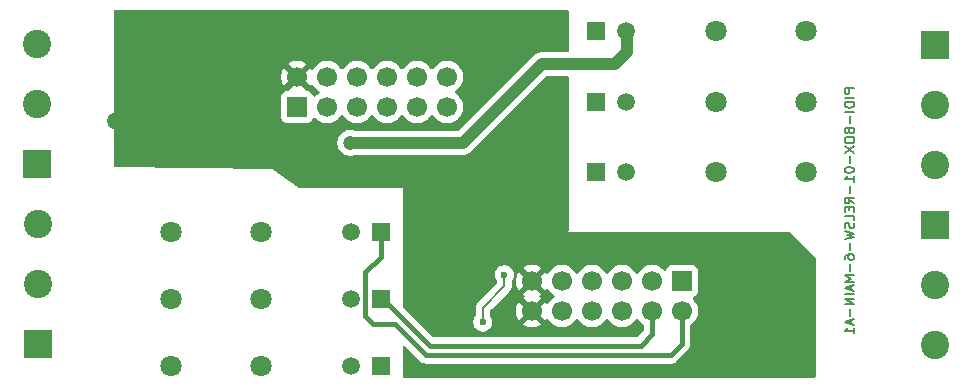
<source format=gbr>
%TF.GenerationSoftware,KiCad,Pcbnew,9.0.6*%
%TF.CreationDate,2025-12-26T20:22:19+00:00*%
%TF.ProjectId,PIDI-BOX-01-RELSW-6-MAIN-A1,50494449-2d42-44f5-982d-30312d52454c,rev?*%
%TF.SameCoordinates,Original*%
%TF.FileFunction,Copper,L2,Bot*%
%TF.FilePolarity,Positive*%
%FSLAX46Y46*%
G04 Gerber Fmt 4.6, Leading zero omitted, Abs format (unit mm)*
G04 Created by KiCad (PCBNEW 9.0.6) date 2025-12-26 20:22:19*
%MOMM*%
%LPD*%
G01*
G04 APERTURE LIST*
%ADD10C,0.150000*%
%TA.AperFunction,NonConductor*%
%ADD11C,0.150000*%
%TD*%
%TA.AperFunction,ComponentPad*%
%ADD12R,1.508000X1.508000*%
%TD*%
%TA.AperFunction,ComponentPad*%
%ADD13C,1.508000*%
%TD*%
%TA.AperFunction,ComponentPad*%
%ADD14C,1.800000*%
%TD*%
%TA.AperFunction,ComponentPad*%
%ADD15R,2.400000X2.400000*%
%TD*%
%TA.AperFunction,ComponentPad*%
%ADD16C,2.400000*%
%TD*%
%TA.AperFunction,ComponentPad*%
%ADD17R,1.700000X1.700000*%
%TD*%
%TA.AperFunction,ComponentPad*%
%ADD18C,1.700000*%
%TD*%
%TA.AperFunction,ViaPad*%
%ADD19C,1.200000*%
%TD*%
%TA.AperFunction,ViaPad*%
%ADD20C,1.000000*%
%TD*%
%TA.AperFunction,ViaPad*%
%ADD21C,1.500000*%
%TD*%
%TA.AperFunction,ViaPad*%
%ADD22C,0.600000*%
%TD*%
%TA.AperFunction,Conductor*%
%ADD23C,1.000000*%
%TD*%
%TA.AperFunction,Conductor*%
%ADD24C,0.400000*%
%TD*%
%TA.AperFunction,Conductor*%
%ADD25C,0.200000*%
%TD*%
G04 APERTURE END LIST*
D10*
D11*
X181106340Y-63489160D02*
X180306340Y-63489160D01*
X180306340Y-63489160D02*
X180306340Y-63793922D01*
X180306340Y-63793922D02*
X180344435Y-63870112D01*
X180344435Y-63870112D02*
X180382530Y-63908207D01*
X180382530Y-63908207D02*
X180458721Y-63946303D01*
X180458721Y-63946303D02*
X180573006Y-63946303D01*
X180573006Y-63946303D02*
X180649197Y-63908207D01*
X180649197Y-63908207D02*
X180687292Y-63870112D01*
X180687292Y-63870112D02*
X180725387Y-63793922D01*
X180725387Y-63793922D02*
X180725387Y-63489160D01*
X181106340Y-64289160D02*
X180306340Y-64289160D01*
X181106340Y-64670112D02*
X180306340Y-64670112D01*
X180306340Y-64670112D02*
X180306340Y-64860588D01*
X180306340Y-64860588D02*
X180344435Y-64974874D01*
X180344435Y-64974874D02*
X180420625Y-65051064D01*
X180420625Y-65051064D02*
X180496816Y-65089159D01*
X180496816Y-65089159D02*
X180649197Y-65127255D01*
X180649197Y-65127255D02*
X180763483Y-65127255D01*
X180763483Y-65127255D02*
X180915864Y-65089159D01*
X180915864Y-65089159D02*
X180992054Y-65051064D01*
X180992054Y-65051064D02*
X181068245Y-64974874D01*
X181068245Y-64974874D02*
X181106340Y-64860588D01*
X181106340Y-64860588D02*
X181106340Y-64670112D01*
X181106340Y-65470112D02*
X180306340Y-65470112D01*
X180801578Y-65851064D02*
X180801578Y-66460588D01*
X180687292Y-67108206D02*
X180725387Y-67222492D01*
X180725387Y-67222492D02*
X180763483Y-67260587D01*
X180763483Y-67260587D02*
X180839673Y-67298683D01*
X180839673Y-67298683D02*
X180953959Y-67298683D01*
X180953959Y-67298683D02*
X181030149Y-67260587D01*
X181030149Y-67260587D02*
X181068245Y-67222492D01*
X181068245Y-67222492D02*
X181106340Y-67146302D01*
X181106340Y-67146302D02*
X181106340Y-66841540D01*
X181106340Y-66841540D02*
X180306340Y-66841540D01*
X180306340Y-66841540D02*
X180306340Y-67108206D01*
X180306340Y-67108206D02*
X180344435Y-67184397D01*
X180344435Y-67184397D02*
X180382530Y-67222492D01*
X180382530Y-67222492D02*
X180458721Y-67260587D01*
X180458721Y-67260587D02*
X180534911Y-67260587D01*
X180534911Y-67260587D02*
X180611102Y-67222492D01*
X180611102Y-67222492D02*
X180649197Y-67184397D01*
X180649197Y-67184397D02*
X180687292Y-67108206D01*
X180687292Y-67108206D02*
X180687292Y-66841540D01*
X180306340Y-67793921D02*
X180306340Y-67946302D01*
X180306340Y-67946302D02*
X180344435Y-68022492D01*
X180344435Y-68022492D02*
X180420625Y-68098683D01*
X180420625Y-68098683D02*
X180573006Y-68136778D01*
X180573006Y-68136778D02*
X180839673Y-68136778D01*
X180839673Y-68136778D02*
X180992054Y-68098683D01*
X180992054Y-68098683D02*
X181068245Y-68022492D01*
X181068245Y-68022492D02*
X181106340Y-67946302D01*
X181106340Y-67946302D02*
X181106340Y-67793921D01*
X181106340Y-67793921D02*
X181068245Y-67717730D01*
X181068245Y-67717730D02*
X180992054Y-67641540D01*
X180992054Y-67641540D02*
X180839673Y-67603444D01*
X180839673Y-67603444D02*
X180573006Y-67603444D01*
X180573006Y-67603444D02*
X180420625Y-67641540D01*
X180420625Y-67641540D02*
X180344435Y-67717730D01*
X180344435Y-67717730D02*
X180306340Y-67793921D01*
X180306340Y-68403444D02*
X181106340Y-68936778D01*
X180306340Y-68936778D02*
X181106340Y-68403444D01*
X180801578Y-69241540D02*
X180801578Y-69851064D01*
X180306340Y-70384397D02*
X180306340Y-70460587D01*
X180306340Y-70460587D02*
X180344435Y-70536778D01*
X180344435Y-70536778D02*
X180382530Y-70574873D01*
X180382530Y-70574873D02*
X180458721Y-70612968D01*
X180458721Y-70612968D02*
X180611102Y-70651063D01*
X180611102Y-70651063D02*
X180801578Y-70651063D01*
X180801578Y-70651063D02*
X180953959Y-70612968D01*
X180953959Y-70612968D02*
X181030149Y-70574873D01*
X181030149Y-70574873D02*
X181068245Y-70536778D01*
X181068245Y-70536778D02*
X181106340Y-70460587D01*
X181106340Y-70460587D02*
X181106340Y-70384397D01*
X181106340Y-70384397D02*
X181068245Y-70308206D01*
X181068245Y-70308206D02*
X181030149Y-70270111D01*
X181030149Y-70270111D02*
X180953959Y-70232016D01*
X180953959Y-70232016D02*
X180801578Y-70193920D01*
X180801578Y-70193920D02*
X180611102Y-70193920D01*
X180611102Y-70193920D02*
X180458721Y-70232016D01*
X180458721Y-70232016D02*
X180382530Y-70270111D01*
X180382530Y-70270111D02*
X180344435Y-70308206D01*
X180344435Y-70308206D02*
X180306340Y-70384397D01*
X181106340Y-71412968D02*
X181106340Y-70955825D01*
X181106340Y-71184397D02*
X180306340Y-71184397D01*
X180306340Y-71184397D02*
X180420625Y-71108206D01*
X180420625Y-71108206D02*
X180496816Y-71032016D01*
X180496816Y-71032016D02*
X180534911Y-70955825D01*
X180801578Y-71755826D02*
X180801578Y-72365350D01*
X181106340Y-73203445D02*
X180725387Y-72936778D01*
X181106340Y-72746302D02*
X180306340Y-72746302D01*
X180306340Y-72746302D02*
X180306340Y-73051064D01*
X180306340Y-73051064D02*
X180344435Y-73127254D01*
X180344435Y-73127254D02*
X180382530Y-73165349D01*
X180382530Y-73165349D02*
X180458721Y-73203445D01*
X180458721Y-73203445D02*
X180573006Y-73203445D01*
X180573006Y-73203445D02*
X180649197Y-73165349D01*
X180649197Y-73165349D02*
X180687292Y-73127254D01*
X180687292Y-73127254D02*
X180725387Y-73051064D01*
X180725387Y-73051064D02*
X180725387Y-72746302D01*
X180687292Y-73546302D02*
X180687292Y-73812968D01*
X181106340Y-73927254D02*
X181106340Y-73546302D01*
X181106340Y-73546302D02*
X180306340Y-73546302D01*
X180306340Y-73546302D02*
X180306340Y-73927254D01*
X181106340Y-74651064D02*
X181106340Y-74270112D01*
X181106340Y-74270112D02*
X180306340Y-74270112D01*
X181068245Y-74879635D02*
X181106340Y-74993921D01*
X181106340Y-74993921D02*
X181106340Y-75184397D01*
X181106340Y-75184397D02*
X181068245Y-75260588D01*
X181068245Y-75260588D02*
X181030149Y-75298683D01*
X181030149Y-75298683D02*
X180953959Y-75336778D01*
X180953959Y-75336778D02*
X180877768Y-75336778D01*
X180877768Y-75336778D02*
X180801578Y-75298683D01*
X180801578Y-75298683D02*
X180763483Y-75260588D01*
X180763483Y-75260588D02*
X180725387Y-75184397D01*
X180725387Y-75184397D02*
X180687292Y-75032016D01*
X180687292Y-75032016D02*
X180649197Y-74955826D01*
X180649197Y-74955826D02*
X180611102Y-74917731D01*
X180611102Y-74917731D02*
X180534911Y-74879635D01*
X180534911Y-74879635D02*
X180458721Y-74879635D01*
X180458721Y-74879635D02*
X180382530Y-74917731D01*
X180382530Y-74917731D02*
X180344435Y-74955826D01*
X180344435Y-74955826D02*
X180306340Y-75032016D01*
X180306340Y-75032016D02*
X180306340Y-75222493D01*
X180306340Y-75222493D02*
X180344435Y-75336778D01*
X180306340Y-75603445D02*
X181106340Y-75793921D01*
X181106340Y-75793921D02*
X180534911Y-75946302D01*
X180534911Y-75946302D02*
X181106340Y-76098683D01*
X181106340Y-76098683D02*
X180306340Y-76289160D01*
X180801578Y-76593922D02*
X180801578Y-77203446D01*
X180306340Y-77927255D02*
X180306340Y-77774874D01*
X180306340Y-77774874D02*
X180344435Y-77698683D01*
X180344435Y-77698683D02*
X180382530Y-77660588D01*
X180382530Y-77660588D02*
X180496816Y-77584398D01*
X180496816Y-77584398D02*
X180649197Y-77546302D01*
X180649197Y-77546302D02*
X180953959Y-77546302D01*
X180953959Y-77546302D02*
X181030149Y-77584398D01*
X181030149Y-77584398D02*
X181068245Y-77622493D01*
X181068245Y-77622493D02*
X181106340Y-77698683D01*
X181106340Y-77698683D02*
X181106340Y-77851064D01*
X181106340Y-77851064D02*
X181068245Y-77927255D01*
X181068245Y-77927255D02*
X181030149Y-77965350D01*
X181030149Y-77965350D02*
X180953959Y-78003445D01*
X180953959Y-78003445D02*
X180763483Y-78003445D01*
X180763483Y-78003445D02*
X180687292Y-77965350D01*
X180687292Y-77965350D02*
X180649197Y-77927255D01*
X180649197Y-77927255D02*
X180611102Y-77851064D01*
X180611102Y-77851064D02*
X180611102Y-77698683D01*
X180611102Y-77698683D02*
X180649197Y-77622493D01*
X180649197Y-77622493D02*
X180687292Y-77584398D01*
X180687292Y-77584398D02*
X180763483Y-77546302D01*
X180801578Y-78346303D02*
X180801578Y-78955827D01*
X181106340Y-79336779D02*
X180306340Y-79336779D01*
X180306340Y-79336779D02*
X180877768Y-79603445D01*
X180877768Y-79603445D02*
X180306340Y-79870112D01*
X180306340Y-79870112D02*
X181106340Y-79870112D01*
X180877768Y-80212969D02*
X180877768Y-80593922D01*
X181106340Y-80136779D02*
X180306340Y-80403446D01*
X180306340Y-80403446D02*
X181106340Y-80670112D01*
X181106340Y-80936779D02*
X180306340Y-80936779D01*
X181106340Y-81317731D02*
X180306340Y-81317731D01*
X180306340Y-81317731D02*
X181106340Y-81774874D01*
X181106340Y-81774874D02*
X180306340Y-81774874D01*
X180801578Y-82155826D02*
X180801578Y-82765350D01*
X180877768Y-83108206D02*
X180877768Y-83489159D01*
X181106340Y-83032016D02*
X180306340Y-83298683D01*
X180306340Y-83298683D02*
X181106340Y-83565349D01*
X181106340Y-84251063D02*
X181106340Y-83793920D01*
X181106340Y-84022492D02*
X180306340Y-84022492D01*
X180306340Y-84022492D02*
X180420625Y-83946301D01*
X180420625Y-83946301D02*
X180496816Y-83870111D01*
X180496816Y-83870111D02*
X180534911Y-83793920D01*
D12*
%TO.P,REL6,1*%
%TO.N,S6*%
X141026900Y-75641000D03*
D13*
%TO.P,REL6,2*%
%TO.N,+12V*%
X138486900Y-75641000D03*
D14*
%TO.P,REL6,3*%
%TO.N,Net-(J3-Pad1)*%
X130866900Y-75641000D03*
%TO.P,REL6,4*%
%TO.N,Net-(J4-Pad3)*%
X123246900Y-75641000D03*
%TD*%
D15*
%TO.P,J4,1,1*%
%TO.N,Net-(J4-Pad1)*%
X111980000Y-85120000D03*
D16*
%TO.P,J4,2,2*%
%TO.N,Net-(J4-Pad2)*%
X111980000Y-80040000D03*
%TO.P,J4,3,3*%
%TO.N,Net-(J4-Pad3)*%
X111980000Y-74960000D03*
%TD*%
D12*
%TO.P,REL1,1*%
%TO.N,S1*%
X159258000Y-70561200D03*
D13*
%TO.P,REL1,2*%
%TO.N,+12V*%
X161798000Y-70561200D03*
D14*
%TO.P,REL1,3*%
%TO.N,Net-(J2-Pad3)*%
X169418000Y-70561200D03*
%TO.P,REL1,4*%
%TO.N,Net-(J2-Pad2)*%
X177038000Y-70561200D03*
%TD*%
D12*
%TO.P,REL4,1*%
%TO.N,S4*%
X141046200Y-87045800D03*
D13*
%TO.P,REL4,2*%
%TO.N,+12V*%
X138506200Y-87045800D03*
D14*
%TO.P,REL4,3*%
%TO.N,Net-(J3-Pad1)*%
X130886200Y-87045800D03*
%TO.P,REL4,4*%
%TO.N,Net-(J4-Pad1)*%
X123266200Y-87045800D03*
%TD*%
D15*
%TO.P,J1,1,1*%
%TO.N,Net-(J1-Pad1)*%
X187934600Y-59842400D03*
D16*
%TO.P,J1,2,2*%
%TO.N,Net-(J1-Pad2)*%
X187934600Y-64922400D03*
%TO.P,J1,3,3*%
%TO.N,Net-(J1-Pad3)*%
X187934600Y-70002400D03*
%TD*%
D15*
%TO.P,J2,1,1*%
%TO.N,Net-(J2-Pad1)*%
X187934600Y-75031600D03*
D16*
%TO.P,J2,2,2*%
%TO.N,Net-(J2-Pad2)*%
X187934600Y-80111600D03*
%TO.P,J2,3,3*%
%TO.N,Net-(J2-Pad3)*%
X187934600Y-85191600D03*
%TD*%
D15*
%TO.P,J3,1,1*%
%TO.N,Net-(J3-Pad1)*%
X111963200Y-69900800D03*
D16*
%TO.P,J3,2,2*%
%TO.N,GND*%
X111963200Y-64820800D03*
%TO.P,J3,3,3*%
%TO.N,Net-(D1-A)*%
X111963200Y-59740800D03*
%TD*%
D17*
%TO.P,J5,1,Pin_1*%
%TO.N,+12V*%
X133959600Y-65074800D03*
D18*
%TO.P,J5,2,Pin_2*%
%TO.N,GND*%
X133959600Y-62534800D03*
%TO.P,J5,3,Pin_3*%
%TO.N,unconnected-(J5-Pin_3-Pad3)*%
X136499600Y-65074800D03*
%TO.P,J5,4,Pin_4*%
%TO.N,unconnected-(J5-Pin_4-Pad4)*%
X136499600Y-62534800D03*
%TO.P,J5,5,Pin_5*%
%TO.N,P1*%
X139039600Y-65074800D03*
%TO.P,J5,6,Pin_6*%
%TO.N,P0*%
X139039600Y-62534800D03*
%TO.P,J5,7,Pin_7*%
%TO.N,P5*%
X141579600Y-65074800D03*
%TO.P,J5,8,Pin_8*%
%TO.N,P2*%
X141579600Y-62534800D03*
%TO.P,J5,9,Pin_9*%
%TO.N,unconnected-(J5-Pin_9-Pad9)*%
X144119600Y-65074800D03*
%TO.P,J5,10,Pin_10*%
%TO.N,unconnected-(J5-Pin_10-Pad10)*%
X144119600Y-62534800D03*
%TO.P,J5,11,Pin_11*%
%TO.N,P4*%
X146659600Y-65074800D03*
%TO.P,J5,12,Pin_12*%
%TO.N,P3*%
X146659600Y-62534800D03*
%TD*%
D12*
%TO.P,REL3,1*%
%TO.N,S3*%
X159258000Y-58674000D03*
D13*
%TO.P,REL3,2*%
%TO.N,+12V*%
X161798000Y-58674000D03*
D14*
%TO.P,REL3,3*%
%TO.N,Net-(J1-Pad2)*%
X169418000Y-58674000D03*
%TO.P,REL3,4*%
%TO.N,Net-(J1-Pad1)*%
X177038000Y-58674000D03*
%TD*%
D12*
%TO.P,Rel2,1*%
%TO.N,S2*%
X159277300Y-64643200D03*
D13*
%TO.P,Rel2,2*%
%TO.N,+12V*%
X161817300Y-64643200D03*
D14*
%TO.P,Rel2,3*%
%TO.N,Net-(J2-Pad1)*%
X169437300Y-64643200D03*
%TO.P,Rel2,4*%
%TO.N,Net-(J1-Pad3)*%
X177057300Y-64643200D03*
%TD*%
D17*
%TO.P,J6,1,Pin_1*%
%TO.N,+12V*%
X166550000Y-79814000D03*
D18*
%TO.P,J6,2,Pin_2*%
%TO.N,S6*%
X166550000Y-82354000D03*
%TO.P,J6,3,Pin_3*%
%TO.N,unconnected-(J6-Pin_3-Pad3)*%
X164010000Y-79814000D03*
%TO.P,J6,4,Pin_4*%
%TO.N,S5*%
X164010000Y-82354000D03*
%TO.P,J6,5,Pin_5*%
%TO.N,unconnected-(J6-Pin_5-Pad5)*%
X161470000Y-79814000D03*
%TO.P,J6,6,Pin_6*%
%TO.N,S4*%
X161470000Y-82354000D03*
%TO.P,J6,7,Pin_7*%
%TO.N,unconnected-(J6-Pin_7-Pad7)*%
X158930000Y-79814000D03*
%TO.P,J6,8,Pin_8*%
%TO.N,S3*%
X158930000Y-82354000D03*
%TO.P,J6,9,Pin_9*%
%TO.N,S1*%
X156390000Y-79814000D03*
%TO.P,J6,10,Pin_10*%
%TO.N,S2*%
X156390000Y-82354000D03*
%TO.P,J6,11,Pin_11*%
%TO.N,GND*%
X153850000Y-79814000D03*
%TO.P,J6,12,Pin_12*%
X153850000Y-82354000D03*
%TD*%
D12*
%TO.P,REL5,1*%
%TO.N,S5*%
X141046200Y-81330600D03*
D13*
%TO.P,REL5,2*%
%TO.N,+12V*%
X138506200Y-81330600D03*
D14*
%TO.P,REL5,3*%
%TO.N,Net-(J3-Pad1)*%
X130886200Y-81330600D03*
%TO.P,REL5,4*%
%TO.N,Net-(J4-Pad2)*%
X123266200Y-81330600D03*
%TD*%
D19*
%TO.N,+12V*%
X138477350Y-68100850D03*
D20*
%TO.N,GND*%
X137000000Y-70000000D03*
D21*
X118618000Y-66294000D03*
D20*
X144094200Y-70104000D03*
D22*
%TO.N,Net-(D8-A)*%
X151511000Y-79273400D03*
X149682200Y-83286600D03*
%TD*%
D23*
%TO.N,+12V*%
X161868100Y-60407300D02*
X161868100Y-58902800D01*
X154686000Y-61442600D02*
X160832800Y-61442600D01*
X138477350Y-68100850D02*
X138499300Y-68122800D01*
X138499300Y-68122800D02*
X148005800Y-68122800D01*
X148005800Y-68122800D02*
X154686000Y-61442600D01*
X160832800Y-61442600D02*
X161868100Y-60407300D01*
D24*
%TO.N,S6*%
X139725400Y-82753200D02*
X140422200Y-83450000D01*
X141026900Y-77768700D02*
X139725400Y-79070200D01*
X139725400Y-79070200D02*
X139725400Y-82753200D01*
X142250000Y-83450000D02*
X144900000Y-86100000D01*
X144900000Y-86100000D02*
X165588600Y-86100000D01*
X165588600Y-86100000D02*
X166550000Y-85138600D01*
X140422200Y-83450000D02*
X142250000Y-83450000D01*
X141026900Y-75641000D02*
X141026900Y-77768700D01*
X166550000Y-85138600D02*
X166550000Y-82354000D01*
%TO.N,S5*%
X163042600Y-85293200D02*
X164010000Y-84325800D01*
X141173200Y-81229200D02*
X145237200Y-85293200D01*
X145237200Y-85293200D02*
X163042600Y-85293200D01*
X141173200Y-80772000D02*
X141173200Y-81229200D01*
X164010000Y-84325800D02*
X164010000Y-82354000D01*
D25*
%TO.N,Net-(D8-A)*%
X151511000Y-79273400D02*
X151511000Y-80238600D01*
X151511000Y-80238600D02*
X149682200Y-82067400D01*
X149682200Y-82067400D02*
X149682200Y-83286600D01*
%TD*%
%TA.AperFunction,Conductor*%
%TO.N,GND*%
G36*
X135074870Y-63296517D02*
G01*
X135074870Y-63296516D01*
X135114222Y-63242355D01*
X135118832Y-63233307D01*
X135166805Y-63182509D01*
X135234625Y-63165712D01*
X135300761Y-63188247D01*
X135339804Y-63233304D01*
X135344549Y-63242617D01*
X135469490Y-63414586D01*
X135619813Y-63564909D01*
X135791782Y-63689850D01*
X135800546Y-63694316D01*
X135851342Y-63742291D01*
X135868136Y-63810112D01*
X135845598Y-63876247D01*
X135800546Y-63915284D01*
X135791782Y-63919749D01*
X135619815Y-64044689D01*
X135506273Y-64158231D01*
X135444950Y-64191715D01*
X135375258Y-64186731D01*
X135319325Y-64144859D01*
X135302410Y-64113882D01*
X135253397Y-63982471D01*
X135253393Y-63982464D01*
X135167147Y-63867255D01*
X135167144Y-63867252D01*
X135051935Y-63781006D01*
X135051928Y-63781002D01*
X134917082Y-63730708D01*
X134917083Y-63730708D01*
X134857483Y-63724301D01*
X134857481Y-63724300D01*
X134857473Y-63724300D01*
X134857465Y-63724300D01*
X134846909Y-63724300D01*
X134779870Y-63704615D01*
X134759228Y-63687981D01*
X134089008Y-63017762D01*
X134152593Y-63000725D01*
X134266607Y-62934899D01*
X134359699Y-62841807D01*
X134425525Y-62727793D01*
X134442562Y-62664208D01*
X135074870Y-63296517D01*
G37*
%TD.AperFunction*%
%TA.AperFunction,Conductor*%
G36*
X156917440Y-56864885D02*
G01*
X156963195Y-56917689D01*
X156974401Y-56969200D01*
X156974401Y-60318100D01*
X156954716Y-60385139D01*
X156901912Y-60430894D01*
X156850401Y-60442100D01*
X154587456Y-60442100D01*
X154394171Y-60480547D01*
X154394163Y-60480549D01*
X154333104Y-60505841D01*
X154212083Y-60555969D01*
X154048222Y-60665457D01*
X154048214Y-60665463D01*
X147627699Y-67085981D01*
X147566376Y-67119466D01*
X147540018Y-67122300D01*
X139010666Y-67122300D01*
X138954372Y-67108785D01*
X138899802Y-67080980D01*
X138899796Y-67080977D01*
X138899795Y-67080977D01*
X138735051Y-67027448D01*
X138735049Y-67027447D01*
X138735048Y-67027447D01*
X138603621Y-67006631D01*
X138563961Y-67000350D01*
X138390739Y-67000350D01*
X138351078Y-67006631D01*
X138219652Y-67027447D01*
X138054902Y-67080978D01*
X137900561Y-67159618D01*
X137820606Y-67217709D01*
X137760422Y-67261436D01*
X137760420Y-67261438D01*
X137760419Y-67261438D01*
X137637938Y-67383919D01*
X137637938Y-67383920D01*
X137637936Y-67383922D01*
X137594209Y-67444106D01*
X137536118Y-67524061D01*
X137457478Y-67678402D01*
X137403947Y-67843152D01*
X137376850Y-68014239D01*
X137376850Y-68187461D01*
X137403948Y-68358551D01*
X137457477Y-68523295D01*
X137536118Y-68677638D01*
X137637936Y-68817778D01*
X137760422Y-68940264D01*
X137900562Y-69042082D01*
X138054905Y-69120723D01*
X138219649Y-69174252D01*
X138390739Y-69201350D01*
X138390740Y-69201350D01*
X138563960Y-69201350D01*
X138563961Y-69201350D01*
X138735051Y-69174252D01*
X138873186Y-69129369D01*
X138911504Y-69123300D01*
X148104342Y-69123300D01*
X148135366Y-69117128D01*
X148200988Y-69104075D01*
X148297636Y-69084851D01*
X148350965Y-69062761D01*
X148479714Y-69009432D01*
X148643582Y-68899939D01*
X148782939Y-68760582D01*
X148782939Y-68760580D01*
X148793147Y-68750373D01*
X148793148Y-68750370D01*
X155064102Y-62479419D01*
X155125425Y-62445934D01*
X155151783Y-62443100D01*
X156850401Y-62443100D01*
X156917440Y-62462785D01*
X156963195Y-62515589D01*
X156974401Y-62567100D01*
X156974401Y-75488238D01*
X156954716Y-75555277D01*
X156938082Y-75575919D01*
X156923601Y-75590400D01*
X156974401Y-75641200D01*
X175566639Y-75641200D01*
X175633678Y-75660885D01*
X175654320Y-75677519D01*
X177816882Y-77840081D01*
X177850367Y-77901404D01*
X177853201Y-77927762D01*
X177853201Y-87861600D01*
X177833516Y-87928639D01*
X177780712Y-87974394D01*
X177729201Y-87985600D01*
X144223601Y-87985600D01*
X143026801Y-87985600D01*
X142959762Y-87965915D01*
X142914007Y-87913111D01*
X142902801Y-87861600D01*
X142902801Y-85392820D01*
X142922486Y-85325781D01*
X142975290Y-85280026D01*
X143044448Y-85270082D01*
X143108004Y-85299107D01*
X143114482Y-85305139D01*
X144453453Y-86644111D01*
X144453454Y-86644112D01*
X144568192Y-86720777D01*
X144643662Y-86752037D01*
X144695672Y-86773580D01*
X144695676Y-86773580D01*
X144695677Y-86773581D01*
X144831003Y-86800500D01*
X144831006Y-86800500D01*
X165657596Y-86800500D01*
X165748640Y-86782389D01*
X165792928Y-86773580D01*
X165856669Y-86747177D01*
X165920407Y-86720777D01*
X165920408Y-86720776D01*
X165920411Y-86720775D01*
X166035143Y-86644114D01*
X167094114Y-85585143D01*
X167170775Y-85470411D01*
X167223580Y-85342928D01*
X167250500Y-85207594D01*
X167250500Y-85069606D01*
X167250500Y-83577547D01*
X167270185Y-83510508D01*
X167301614Y-83477230D01*
X167429792Y-83384104D01*
X167580104Y-83233792D01*
X167580106Y-83233788D01*
X167580109Y-83233786D01*
X167705048Y-83061820D01*
X167705050Y-83061817D01*
X167705051Y-83061816D01*
X167801557Y-82872412D01*
X167867246Y-82670243D01*
X167900500Y-82460287D01*
X167900500Y-82247713D01*
X167867246Y-82037757D01*
X167801557Y-81835588D01*
X167705051Y-81646184D01*
X167705049Y-81646181D01*
X167705048Y-81646179D01*
X167580109Y-81474213D01*
X167466569Y-81360673D01*
X167433084Y-81299350D01*
X167438068Y-81229658D01*
X167479940Y-81173725D01*
X167510915Y-81156810D01*
X167642331Y-81107796D01*
X167757546Y-81021546D01*
X167843796Y-80906331D01*
X167894091Y-80771483D01*
X167900500Y-80711873D01*
X167900499Y-78916128D01*
X167894091Y-78856517D01*
X167892810Y-78853083D01*
X167843797Y-78721671D01*
X167843793Y-78721664D01*
X167757547Y-78606455D01*
X167757544Y-78606452D01*
X167642335Y-78520206D01*
X167642328Y-78520202D01*
X167507482Y-78469908D01*
X167507483Y-78469908D01*
X167447883Y-78463501D01*
X167447881Y-78463500D01*
X167447873Y-78463500D01*
X167447864Y-78463500D01*
X165652129Y-78463500D01*
X165652123Y-78463501D01*
X165592516Y-78469908D01*
X165457671Y-78520202D01*
X165457664Y-78520206D01*
X165342455Y-78606452D01*
X165342452Y-78606455D01*
X165256206Y-78721664D01*
X165256203Y-78721669D01*
X165207189Y-78853083D01*
X165165317Y-78909016D01*
X165099853Y-78933433D01*
X165031580Y-78918581D01*
X165003326Y-78897430D01*
X164889786Y-78783890D01*
X164717820Y-78658951D01*
X164528414Y-78562444D01*
X164528413Y-78562443D01*
X164528412Y-78562443D01*
X164326243Y-78496754D01*
X164326241Y-78496753D01*
X164326240Y-78496753D01*
X164164957Y-78471208D01*
X164116287Y-78463500D01*
X163903713Y-78463500D01*
X163855042Y-78471208D01*
X163693760Y-78496753D01*
X163491585Y-78562444D01*
X163302179Y-78658951D01*
X163130213Y-78783890D01*
X162979890Y-78934213D01*
X162854949Y-79106182D01*
X162850484Y-79114946D01*
X162802509Y-79165742D01*
X162734688Y-79182536D01*
X162668553Y-79159998D01*
X162629516Y-79114946D01*
X162625050Y-79106182D01*
X162500109Y-78934213D01*
X162349786Y-78783890D01*
X162177820Y-78658951D01*
X161988414Y-78562444D01*
X161988413Y-78562443D01*
X161988412Y-78562443D01*
X161786243Y-78496754D01*
X161786241Y-78496753D01*
X161786240Y-78496753D01*
X161624957Y-78471208D01*
X161576287Y-78463500D01*
X161363713Y-78463500D01*
X161315042Y-78471208D01*
X161153760Y-78496753D01*
X160951585Y-78562444D01*
X160762179Y-78658951D01*
X160590213Y-78783890D01*
X160439890Y-78934213D01*
X160314949Y-79106182D01*
X160310484Y-79114946D01*
X160262509Y-79165742D01*
X160194688Y-79182536D01*
X160128553Y-79159998D01*
X160089516Y-79114946D01*
X160085050Y-79106182D01*
X159960109Y-78934213D01*
X159809786Y-78783890D01*
X159637820Y-78658951D01*
X159448414Y-78562444D01*
X159448413Y-78562443D01*
X159448412Y-78562443D01*
X159246243Y-78496754D01*
X159246241Y-78496753D01*
X159246240Y-78496753D01*
X159084957Y-78471208D01*
X159036287Y-78463500D01*
X158823713Y-78463500D01*
X158775042Y-78471208D01*
X158613760Y-78496753D01*
X158411585Y-78562444D01*
X158222179Y-78658951D01*
X158050213Y-78783890D01*
X157899890Y-78934213D01*
X157774949Y-79106182D01*
X157770484Y-79114946D01*
X157722509Y-79165742D01*
X157654688Y-79182536D01*
X157588553Y-79159998D01*
X157549516Y-79114946D01*
X157545050Y-79106182D01*
X157420109Y-78934213D01*
X157269786Y-78783890D01*
X157097820Y-78658951D01*
X156908414Y-78562444D01*
X156908413Y-78562443D01*
X156908412Y-78562443D01*
X156706243Y-78496754D01*
X156706241Y-78496753D01*
X156706240Y-78496753D01*
X156544957Y-78471208D01*
X156496287Y-78463500D01*
X156283713Y-78463500D01*
X156235042Y-78471208D01*
X156073760Y-78496753D01*
X155871585Y-78562444D01*
X155682179Y-78658951D01*
X155510213Y-78783890D01*
X155359890Y-78934213D01*
X155234949Y-79106182D01*
X155230202Y-79115499D01*
X155182227Y-79166293D01*
X155114405Y-79183087D01*
X155048271Y-79160548D01*
X155009234Y-79115495D01*
X155004626Y-79106452D01*
X154965270Y-79052282D01*
X154965269Y-79052282D01*
X154332962Y-79684590D01*
X154315925Y-79621007D01*
X154250099Y-79506993D01*
X154157007Y-79413901D01*
X154042993Y-79348075D01*
X153979409Y-79331037D01*
X154611716Y-78698728D01*
X154557550Y-78659375D01*
X154368217Y-78562904D01*
X154166129Y-78497242D01*
X153956246Y-78464000D01*
X153743754Y-78464000D01*
X153533872Y-78497242D01*
X153533869Y-78497242D01*
X153331782Y-78562904D01*
X153142439Y-78659380D01*
X153088282Y-78698727D01*
X153088282Y-78698728D01*
X153720591Y-79331037D01*
X153657007Y-79348075D01*
X153542993Y-79413901D01*
X153449901Y-79506993D01*
X153384075Y-79621007D01*
X153367037Y-79684591D01*
X152734728Y-79052282D01*
X152734727Y-79052282D01*
X152695380Y-79106439D01*
X152598904Y-79295783D01*
X152538782Y-79480818D01*
X152524843Y-79550889D01*
X152500000Y-79707752D01*
X152500000Y-79920246D01*
X152533242Y-80130127D01*
X152533242Y-80130130D01*
X152598904Y-80332217D01*
X152695375Y-80521550D01*
X152734728Y-80575716D01*
X153367037Y-79943408D01*
X153384075Y-80006993D01*
X153449901Y-80121007D01*
X153542993Y-80214099D01*
X153657007Y-80279925D01*
X153720590Y-80296962D01*
X153088282Y-80929269D01*
X153088282Y-80929270D01*
X153142452Y-80968626D01*
X153152048Y-80973516D01*
X153202844Y-81021491D01*
X153219638Y-81089312D01*
X153197100Y-81155447D01*
X153152051Y-81194483D01*
X153142440Y-81199380D01*
X153088282Y-81238727D01*
X153088282Y-81238728D01*
X153720591Y-81871037D01*
X153657007Y-81888075D01*
X153542993Y-81953901D01*
X153449901Y-82046993D01*
X153384075Y-82161007D01*
X153367037Y-82224591D01*
X152734728Y-81592282D01*
X152734727Y-81592282D01*
X152695380Y-81646439D01*
X152598904Y-81835782D01*
X152533242Y-82037869D01*
X152533242Y-82037872D01*
X152500000Y-82247753D01*
X152500000Y-82460246D01*
X152533242Y-82670127D01*
X152533242Y-82670130D01*
X152598904Y-82872217D01*
X152695375Y-83061550D01*
X152734728Y-83115716D01*
X153367037Y-82483408D01*
X153384075Y-82546993D01*
X153449901Y-82661007D01*
X153542993Y-82754099D01*
X153657007Y-82819925D01*
X153720590Y-82836962D01*
X153088282Y-83469269D01*
X153088282Y-83469270D01*
X153142449Y-83508624D01*
X153331782Y-83605095D01*
X153533870Y-83670757D01*
X153743754Y-83704000D01*
X153956246Y-83704000D01*
X154166127Y-83670757D01*
X154166130Y-83670757D01*
X154368217Y-83605095D01*
X154557554Y-83508622D01*
X154611716Y-83469270D01*
X154611717Y-83469270D01*
X153979408Y-82836962D01*
X154042993Y-82819925D01*
X154157007Y-82754099D01*
X154250099Y-82661007D01*
X154315925Y-82546993D01*
X154332962Y-82483408D01*
X154965270Y-83115717D01*
X154965270Y-83115716D01*
X155004622Y-83061555D01*
X155009232Y-83052507D01*
X155057205Y-83001709D01*
X155125025Y-82984912D01*
X155191161Y-83007447D01*
X155230204Y-83052504D01*
X155234949Y-83061817D01*
X155359890Y-83233786D01*
X155510213Y-83384109D01*
X155682179Y-83509048D01*
X155682181Y-83509049D01*
X155682184Y-83509051D01*
X155871588Y-83605557D01*
X156073757Y-83671246D01*
X156283713Y-83704500D01*
X156283714Y-83704500D01*
X156496286Y-83704500D01*
X156496287Y-83704500D01*
X156706243Y-83671246D01*
X156908412Y-83605557D01*
X157097816Y-83509051D01*
X157152572Y-83469269D01*
X157269786Y-83384109D01*
X157269788Y-83384106D01*
X157269792Y-83384104D01*
X157420104Y-83233792D01*
X157420106Y-83233788D01*
X157420109Y-83233786D01*
X157545048Y-83061820D01*
X157545050Y-83061817D01*
X157545051Y-83061816D01*
X157549514Y-83053054D01*
X157597488Y-83002259D01*
X157665308Y-82985463D01*
X157731444Y-83007999D01*
X157770484Y-83053054D01*
X157774591Y-83061115D01*
X157774951Y-83061820D01*
X157899890Y-83233786D01*
X158050213Y-83384109D01*
X158222179Y-83509048D01*
X158222181Y-83509049D01*
X158222184Y-83509051D01*
X158411588Y-83605557D01*
X158613757Y-83671246D01*
X158823713Y-83704500D01*
X158823714Y-83704500D01*
X159036286Y-83704500D01*
X159036287Y-83704500D01*
X159246243Y-83671246D01*
X159448412Y-83605557D01*
X159637816Y-83509051D01*
X159692572Y-83469269D01*
X159809786Y-83384109D01*
X159809788Y-83384106D01*
X159809792Y-83384104D01*
X159960104Y-83233792D01*
X159960106Y-83233788D01*
X159960109Y-83233786D01*
X160085048Y-83061820D01*
X160085050Y-83061817D01*
X160085051Y-83061816D01*
X160089514Y-83053054D01*
X160137488Y-83002259D01*
X160205308Y-82985463D01*
X160271444Y-83007999D01*
X160310484Y-83053054D01*
X160314591Y-83061115D01*
X160314951Y-83061820D01*
X160439890Y-83233786D01*
X160590213Y-83384109D01*
X160762179Y-83509048D01*
X160762181Y-83509049D01*
X160762184Y-83509051D01*
X160951588Y-83605557D01*
X161153757Y-83671246D01*
X161363713Y-83704500D01*
X161363714Y-83704500D01*
X161576286Y-83704500D01*
X161576287Y-83704500D01*
X161786243Y-83671246D01*
X161988412Y-83605557D01*
X162177816Y-83509051D01*
X162232572Y-83469269D01*
X162349786Y-83384109D01*
X162349788Y-83384106D01*
X162349792Y-83384104D01*
X162500104Y-83233792D01*
X162500106Y-83233788D01*
X162500109Y-83233786D01*
X162625048Y-83061820D01*
X162625050Y-83061817D01*
X162625051Y-83061816D01*
X162629514Y-83053054D01*
X162677488Y-83002259D01*
X162745308Y-82985463D01*
X162811444Y-83007999D01*
X162850484Y-83053054D01*
X162854591Y-83061115D01*
X162854951Y-83061820D01*
X162979890Y-83233786D01*
X163130211Y-83384107D01*
X163201200Y-83435682D01*
X163258385Y-83477229D01*
X163301051Y-83532558D01*
X163309500Y-83577547D01*
X163309500Y-83984281D01*
X163289815Y-84051320D01*
X163273181Y-84071962D01*
X162788762Y-84556381D01*
X162727439Y-84589866D01*
X162701081Y-84592700D01*
X145578719Y-84592700D01*
X145511680Y-84573015D01*
X145491038Y-84556381D01*
X144142410Y-83207753D01*
X148881700Y-83207753D01*
X148881700Y-83365446D01*
X148912461Y-83520089D01*
X148912464Y-83520101D01*
X148972802Y-83665772D01*
X148972809Y-83665785D01*
X149060410Y-83796888D01*
X149060413Y-83796892D01*
X149171907Y-83908386D01*
X149171911Y-83908389D01*
X149303014Y-83995990D01*
X149303027Y-83995997D01*
X149436591Y-84051320D01*
X149448703Y-84056337D01*
X149603353Y-84087099D01*
X149603356Y-84087100D01*
X149603358Y-84087100D01*
X149761044Y-84087100D01*
X149761045Y-84087099D01*
X149915697Y-84056337D01*
X150061379Y-83995994D01*
X150192489Y-83908389D01*
X150303989Y-83796889D01*
X150391594Y-83665779D01*
X150451937Y-83520097D01*
X150478987Y-83384109D01*
X150482700Y-83365444D01*
X150482700Y-83207755D01*
X150482699Y-83207753D01*
X150464392Y-83115717D01*
X150451937Y-83053103D01*
X150451689Y-83052504D01*
X150391597Y-82907427D01*
X150391590Y-82907414D01*
X150303598Y-82775725D01*
X150282720Y-82709047D01*
X150282700Y-82706834D01*
X150282700Y-82367497D01*
X150291344Y-82338056D01*
X150297868Y-82308070D01*
X150301622Y-82303054D01*
X150302385Y-82300458D01*
X150319019Y-82279816D01*
X150443635Y-82155200D01*
X151804506Y-80794330D01*
X151896768Y-80702068D01*
X151991520Y-80607316D01*
X152070577Y-80470384D01*
X152111501Y-80317657D01*
X152111501Y-80159542D01*
X152111501Y-80151947D01*
X152111500Y-80151929D01*
X152111500Y-79853165D01*
X152131185Y-79786126D01*
X152132398Y-79784274D01*
X152183529Y-79707752D01*
X152220394Y-79652579D01*
X152280737Y-79506897D01*
X152311500Y-79352242D01*
X152311500Y-79194558D01*
X152311500Y-79194555D01*
X152311499Y-79194553D01*
X152304735Y-79160548D01*
X152280737Y-79039903D01*
X152236636Y-78933433D01*
X152220397Y-78894227D01*
X152220390Y-78894214D01*
X152167379Y-78814878D01*
X152132789Y-78763111D01*
X152132786Y-78763107D01*
X152021292Y-78651613D01*
X152021288Y-78651610D01*
X151890185Y-78564009D01*
X151890172Y-78564002D01*
X151744501Y-78503664D01*
X151744489Y-78503661D01*
X151589845Y-78472900D01*
X151589842Y-78472900D01*
X151432158Y-78472900D01*
X151432155Y-78472900D01*
X151277510Y-78503661D01*
X151277498Y-78503664D01*
X151131827Y-78564002D01*
X151131814Y-78564009D01*
X151000711Y-78651610D01*
X151000707Y-78651613D01*
X150889213Y-78763107D01*
X150889210Y-78763111D01*
X150801609Y-78894214D01*
X150801602Y-78894227D01*
X150741264Y-79039898D01*
X150741261Y-79039910D01*
X150710500Y-79194553D01*
X150710500Y-79352246D01*
X150741261Y-79506889D01*
X150741264Y-79506901D01*
X150801602Y-79652572D01*
X150801609Y-79652585D01*
X150889602Y-79784274D01*
X150895252Y-79802320D01*
X150905477Y-79818230D01*
X150909928Y-79849189D01*
X150910480Y-79850951D01*
X150910500Y-79853165D01*
X150910500Y-79938502D01*
X150890815Y-80005541D01*
X150874181Y-80026183D01*
X149201681Y-81698682D01*
X149201679Y-81698684D01*
X149187909Y-81722536D01*
X149170295Y-81753045D01*
X149136164Y-81812161D01*
X149122639Y-81835588D01*
X149122623Y-81835615D01*
X149081699Y-81988343D01*
X149081699Y-81988345D01*
X149081699Y-82156446D01*
X149081700Y-82156459D01*
X149081700Y-82706834D01*
X149062015Y-82773873D01*
X149060802Y-82775725D01*
X148972809Y-82907414D01*
X148972802Y-82907427D01*
X148912464Y-83053098D01*
X148912461Y-83053110D01*
X148881700Y-83207753D01*
X144142410Y-83207753D01*
X142939120Y-82004463D01*
X142905635Y-81943140D01*
X142902801Y-81916782D01*
X142902801Y-71932800D01*
X134191269Y-71932800D01*
X134124230Y-71913115D01*
X134121161Y-71911078D01*
X131850163Y-70354391D01*
X131850164Y-70354391D01*
X118590515Y-70195499D01*
X118523716Y-70175013D01*
X118478598Y-70121664D01*
X118468001Y-70071508D01*
X118468001Y-64176935D01*
X132609100Y-64176935D01*
X132609100Y-65972670D01*
X132609101Y-65972676D01*
X132615508Y-66032283D01*
X132665802Y-66167128D01*
X132665806Y-66167135D01*
X132752052Y-66282344D01*
X132752055Y-66282347D01*
X132867264Y-66368593D01*
X132867271Y-66368597D01*
X133002117Y-66418891D01*
X133002116Y-66418891D01*
X133009044Y-66419635D01*
X133061727Y-66425300D01*
X134857472Y-66425299D01*
X134917083Y-66418891D01*
X135051931Y-66368596D01*
X135167146Y-66282346D01*
X135253396Y-66167131D01*
X135302410Y-66035716D01*
X135344281Y-65979784D01*
X135409745Y-65955366D01*
X135478018Y-65970217D01*
X135506273Y-65991369D01*
X135619813Y-66104909D01*
X135791779Y-66229848D01*
X135791781Y-66229849D01*
X135791784Y-66229851D01*
X135981188Y-66326357D01*
X136183357Y-66392046D01*
X136393313Y-66425300D01*
X136393314Y-66425300D01*
X136605886Y-66425300D01*
X136605887Y-66425300D01*
X136815843Y-66392046D01*
X137018012Y-66326357D01*
X137207416Y-66229851D01*
X137293738Y-66167135D01*
X137379386Y-66104909D01*
X137379388Y-66104906D01*
X137379392Y-66104904D01*
X137529704Y-65954592D01*
X137529706Y-65954588D01*
X137529709Y-65954586D01*
X137654648Y-65782620D01*
X137654647Y-65782620D01*
X137654651Y-65782616D01*
X137659114Y-65773854D01*
X137707088Y-65723059D01*
X137774908Y-65706263D01*
X137841044Y-65728799D01*
X137880086Y-65773856D01*
X137884551Y-65782620D01*
X138009490Y-65954586D01*
X138159813Y-66104909D01*
X138331779Y-66229848D01*
X138331781Y-66229849D01*
X138331784Y-66229851D01*
X138521188Y-66326357D01*
X138723357Y-66392046D01*
X138933313Y-66425300D01*
X138933314Y-66425300D01*
X139145886Y-66425300D01*
X139145887Y-66425300D01*
X139355843Y-66392046D01*
X139558012Y-66326357D01*
X139747416Y-66229851D01*
X139833738Y-66167135D01*
X139919386Y-66104909D01*
X139919388Y-66104906D01*
X139919392Y-66104904D01*
X140069704Y-65954592D01*
X140069706Y-65954588D01*
X140069709Y-65954586D01*
X140194648Y-65782620D01*
X140194647Y-65782620D01*
X140194651Y-65782616D01*
X140199114Y-65773854D01*
X140247088Y-65723059D01*
X140314908Y-65706263D01*
X140381044Y-65728799D01*
X140420086Y-65773856D01*
X140424551Y-65782620D01*
X140549490Y-65954586D01*
X140699813Y-66104909D01*
X140871779Y-66229848D01*
X140871781Y-66229849D01*
X140871784Y-66229851D01*
X141061188Y-66326357D01*
X141263357Y-66392046D01*
X141473313Y-66425300D01*
X141473314Y-66425300D01*
X141685886Y-66425300D01*
X141685887Y-66425300D01*
X141895843Y-66392046D01*
X142098012Y-66326357D01*
X142287416Y-66229851D01*
X142373738Y-66167135D01*
X142459386Y-66104909D01*
X142459388Y-66104906D01*
X142459392Y-66104904D01*
X142609704Y-65954592D01*
X142609706Y-65954588D01*
X142609709Y-65954586D01*
X142734648Y-65782620D01*
X142734647Y-65782620D01*
X142734651Y-65782616D01*
X142739114Y-65773854D01*
X142787088Y-65723059D01*
X142854908Y-65706263D01*
X142921044Y-65728799D01*
X142960086Y-65773856D01*
X142964551Y-65782620D01*
X143089490Y-65954586D01*
X143239813Y-66104909D01*
X143411779Y-66229848D01*
X143411781Y-66229849D01*
X143411784Y-66229851D01*
X143601188Y-66326357D01*
X143803357Y-66392046D01*
X144013313Y-66425300D01*
X144013314Y-66425300D01*
X144225886Y-66425300D01*
X144225887Y-66425300D01*
X144435843Y-66392046D01*
X144638012Y-66326357D01*
X144827416Y-66229851D01*
X144913738Y-66167135D01*
X144999386Y-66104909D01*
X144999388Y-66104906D01*
X144999392Y-66104904D01*
X145149704Y-65954592D01*
X145149706Y-65954588D01*
X145149709Y-65954586D01*
X145274648Y-65782620D01*
X145274647Y-65782620D01*
X145274651Y-65782616D01*
X145279114Y-65773854D01*
X145327088Y-65723059D01*
X145394908Y-65706263D01*
X145461044Y-65728799D01*
X145500086Y-65773856D01*
X145504551Y-65782620D01*
X145629490Y-65954586D01*
X145779813Y-66104909D01*
X145951779Y-66229848D01*
X145951781Y-66229849D01*
X145951784Y-66229851D01*
X146141188Y-66326357D01*
X146343357Y-66392046D01*
X146553313Y-66425300D01*
X146553314Y-66425300D01*
X146765886Y-66425300D01*
X146765887Y-66425300D01*
X146975843Y-66392046D01*
X147178012Y-66326357D01*
X147367416Y-66229851D01*
X147453738Y-66167135D01*
X147539386Y-66104909D01*
X147539388Y-66104906D01*
X147539392Y-66104904D01*
X147689704Y-65954592D01*
X147689706Y-65954588D01*
X147689709Y-65954586D01*
X147814648Y-65782620D01*
X147814647Y-65782620D01*
X147814651Y-65782616D01*
X147911157Y-65593212D01*
X147976846Y-65391043D01*
X148010100Y-65181087D01*
X148010100Y-64968513D01*
X147976846Y-64758557D01*
X147911157Y-64556388D01*
X147814651Y-64366984D01*
X147814649Y-64366981D01*
X147814648Y-64366979D01*
X147689709Y-64195013D01*
X147539386Y-64044690D01*
X147367420Y-63919751D01*
X147366715Y-63919391D01*
X147358654Y-63915285D01*
X147307859Y-63867312D01*
X147291063Y-63799492D01*
X147313599Y-63733356D01*
X147358654Y-63694315D01*
X147367416Y-63689851D01*
X147426576Y-63646869D01*
X147539386Y-63564909D01*
X147539388Y-63564906D01*
X147539392Y-63564904D01*
X147689704Y-63414592D01*
X147689706Y-63414588D01*
X147689709Y-63414586D01*
X147814648Y-63242620D01*
X147814650Y-63242617D01*
X147814651Y-63242616D01*
X147911157Y-63053212D01*
X147976846Y-62851043D01*
X148010100Y-62641087D01*
X148010100Y-62428513D01*
X147976846Y-62218557D01*
X147911157Y-62016388D01*
X147814651Y-61826984D01*
X147814649Y-61826981D01*
X147814648Y-61826979D01*
X147689709Y-61655013D01*
X147539386Y-61504690D01*
X147367420Y-61379751D01*
X147178014Y-61283244D01*
X147178013Y-61283243D01*
X147178012Y-61283243D01*
X146975843Y-61217554D01*
X146975841Y-61217553D01*
X146975840Y-61217553D01*
X146814557Y-61192008D01*
X146765887Y-61184300D01*
X146553313Y-61184300D01*
X146504642Y-61192008D01*
X146343360Y-61217553D01*
X146141185Y-61283244D01*
X145951779Y-61379751D01*
X145779813Y-61504690D01*
X145629490Y-61655013D01*
X145504549Y-61826982D01*
X145500084Y-61835746D01*
X145452109Y-61886542D01*
X145384288Y-61903336D01*
X145318153Y-61880798D01*
X145279116Y-61835746D01*
X145274650Y-61826982D01*
X145149709Y-61655013D01*
X144999386Y-61504690D01*
X144827420Y-61379751D01*
X144638014Y-61283244D01*
X144638013Y-61283243D01*
X144638012Y-61283243D01*
X144435843Y-61217554D01*
X144435841Y-61217553D01*
X144435840Y-61217553D01*
X144274557Y-61192008D01*
X144225887Y-61184300D01*
X144013313Y-61184300D01*
X143964642Y-61192008D01*
X143803360Y-61217553D01*
X143601185Y-61283244D01*
X143411779Y-61379751D01*
X143239813Y-61504690D01*
X143089490Y-61655013D01*
X142964549Y-61826982D01*
X142960084Y-61835746D01*
X142912109Y-61886542D01*
X142844288Y-61903336D01*
X142778153Y-61880798D01*
X142739116Y-61835746D01*
X142734650Y-61826982D01*
X142609709Y-61655013D01*
X142459386Y-61504690D01*
X142287420Y-61379751D01*
X142098014Y-61283244D01*
X142098013Y-61283243D01*
X142098012Y-61283243D01*
X141895843Y-61217554D01*
X141895841Y-61217553D01*
X141895840Y-61217553D01*
X141734557Y-61192008D01*
X141685887Y-61184300D01*
X141473313Y-61184300D01*
X141424642Y-61192008D01*
X141263360Y-61217553D01*
X141061185Y-61283244D01*
X140871779Y-61379751D01*
X140699813Y-61504690D01*
X140549490Y-61655013D01*
X140424549Y-61826982D01*
X140420084Y-61835746D01*
X140372109Y-61886542D01*
X140304288Y-61903336D01*
X140238153Y-61880798D01*
X140199116Y-61835746D01*
X140194650Y-61826982D01*
X140069709Y-61655013D01*
X139919386Y-61504690D01*
X139747420Y-61379751D01*
X139558014Y-61283244D01*
X139558013Y-61283243D01*
X139558012Y-61283243D01*
X139355843Y-61217554D01*
X139355841Y-61217553D01*
X139355840Y-61217553D01*
X139194557Y-61192008D01*
X139145887Y-61184300D01*
X138933313Y-61184300D01*
X138884642Y-61192008D01*
X138723360Y-61217553D01*
X138521185Y-61283244D01*
X138331779Y-61379751D01*
X138159813Y-61504690D01*
X138009490Y-61655013D01*
X137884549Y-61826982D01*
X137880084Y-61835746D01*
X137832109Y-61886542D01*
X137764288Y-61903336D01*
X137698153Y-61880798D01*
X137659116Y-61835746D01*
X137654650Y-61826982D01*
X137529709Y-61655013D01*
X137379386Y-61504690D01*
X137207420Y-61379751D01*
X137018014Y-61283244D01*
X137018013Y-61283243D01*
X137018012Y-61283243D01*
X136815843Y-61217554D01*
X136815841Y-61217553D01*
X136815840Y-61217553D01*
X136654557Y-61192008D01*
X136605887Y-61184300D01*
X136393313Y-61184300D01*
X136344642Y-61192008D01*
X136183360Y-61217553D01*
X135981185Y-61283244D01*
X135791779Y-61379751D01*
X135619813Y-61504690D01*
X135469490Y-61655013D01*
X135344549Y-61826982D01*
X135339802Y-61836299D01*
X135291827Y-61887093D01*
X135224005Y-61903887D01*
X135157871Y-61881348D01*
X135118834Y-61836295D01*
X135114226Y-61827252D01*
X135074870Y-61773082D01*
X135074869Y-61773082D01*
X134442562Y-62405390D01*
X134425525Y-62341807D01*
X134359699Y-62227793D01*
X134266607Y-62134701D01*
X134152593Y-62068875D01*
X134089009Y-62051837D01*
X134721316Y-61419528D01*
X134667150Y-61380175D01*
X134477817Y-61283704D01*
X134275729Y-61218042D01*
X134065846Y-61184800D01*
X133853354Y-61184800D01*
X133643472Y-61218042D01*
X133643469Y-61218042D01*
X133441382Y-61283704D01*
X133252039Y-61380180D01*
X133197882Y-61419527D01*
X133197882Y-61419528D01*
X133830191Y-62051837D01*
X133766607Y-62068875D01*
X133652593Y-62134701D01*
X133559501Y-62227793D01*
X133493675Y-62341807D01*
X133476637Y-62405391D01*
X132844328Y-61773082D01*
X132844327Y-61773082D01*
X132804980Y-61827239D01*
X132708504Y-62016582D01*
X132642842Y-62218669D01*
X132642842Y-62218672D01*
X132609600Y-62428553D01*
X132609600Y-62641046D01*
X132642842Y-62850927D01*
X132642842Y-62850930D01*
X132708504Y-63053017D01*
X132804975Y-63242350D01*
X132844328Y-63296516D01*
X133476637Y-62664208D01*
X133493675Y-62727793D01*
X133559501Y-62841807D01*
X133652593Y-62934899D01*
X133766607Y-63000725D01*
X133830190Y-63017762D01*
X133159970Y-63687981D01*
X133098647Y-63721466D01*
X133072298Y-63724300D01*
X133061734Y-63724300D01*
X133061723Y-63724301D01*
X133002116Y-63730708D01*
X132867271Y-63781002D01*
X132867264Y-63781006D01*
X132752055Y-63867252D01*
X132752052Y-63867255D01*
X132665806Y-63982464D01*
X132665802Y-63982471D01*
X132615508Y-64117317D01*
X132609101Y-64176916D01*
X132609100Y-64176935D01*
X118468001Y-64176935D01*
X118468001Y-56969200D01*
X118487686Y-56902161D01*
X118540490Y-56856406D01*
X118592001Y-56845200D01*
X156850401Y-56845200D01*
X156917440Y-56864885D01*
G37*
%TD.AperFunction*%
%TA.AperFunction,Conductor*%
G36*
X154965270Y-80575717D02*
G01*
X154965270Y-80575716D01*
X155004622Y-80521555D01*
X155009232Y-80512507D01*
X155057205Y-80461709D01*
X155125025Y-80444912D01*
X155191161Y-80467447D01*
X155230204Y-80512504D01*
X155234949Y-80521817D01*
X155359890Y-80693786D01*
X155510213Y-80844109D01*
X155682182Y-80969050D01*
X155690946Y-80973516D01*
X155741742Y-81021491D01*
X155758536Y-81089312D01*
X155735998Y-81155447D01*
X155690946Y-81194484D01*
X155682182Y-81198949D01*
X155510213Y-81323890D01*
X155359890Y-81474213D01*
X155234949Y-81646182D01*
X155230202Y-81655499D01*
X155182227Y-81706293D01*
X155114405Y-81723087D01*
X155048271Y-81700548D01*
X155009234Y-81655495D01*
X155004626Y-81646452D01*
X154965270Y-81592282D01*
X154965269Y-81592282D01*
X154332962Y-82224590D01*
X154315925Y-82161007D01*
X154250099Y-82046993D01*
X154157007Y-81953901D01*
X154042993Y-81888075D01*
X153979409Y-81871037D01*
X154611716Y-81238728D01*
X154557550Y-81199375D01*
X154547954Y-81194486D01*
X154497157Y-81146512D01*
X154480361Y-81078692D01*
X154502897Y-81012556D01*
X154547954Y-80973514D01*
X154557554Y-80968622D01*
X154611716Y-80929270D01*
X154611717Y-80929270D01*
X153979408Y-80296962D01*
X154042993Y-80279925D01*
X154157007Y-80214099D01*
X154250099Y-80121007D01*
X154315925Y-80006993D01*
X154332962Y-79943408D01*
X154965270Y-80575717D01*
G37*
%TD.AperFunction*%
%TD*%
M02*

</source>
